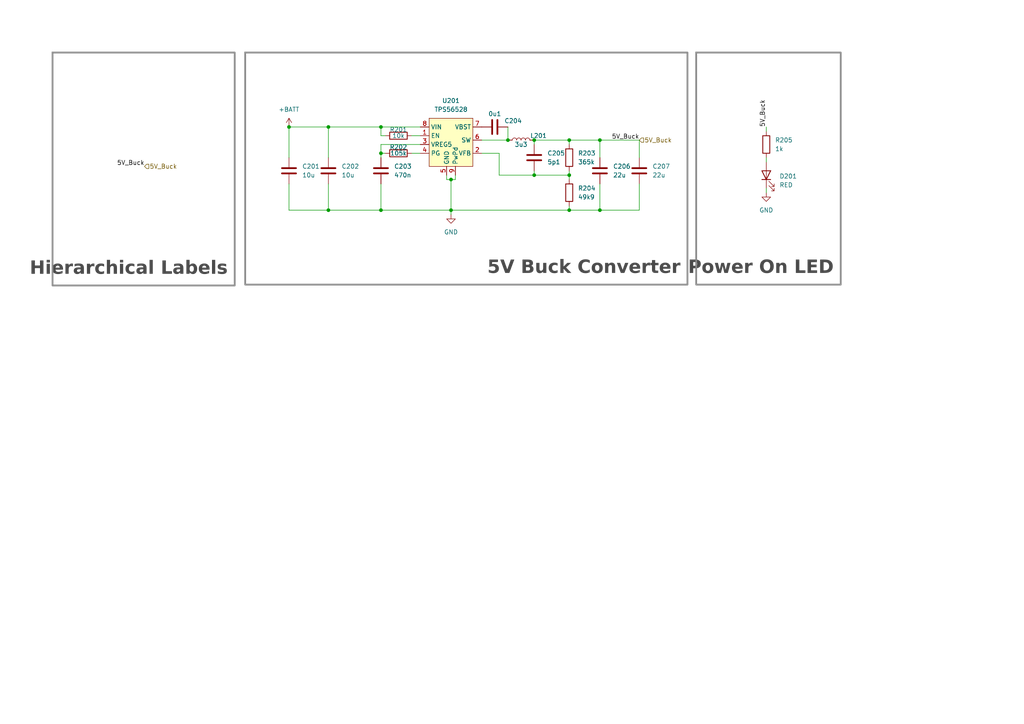
<source format=kicad_sch>
(kicad_sch (version 20231120) (generator "eeschema") (generator_version "8.0")
  (paper "A4")
  (lib_symbols
    (symbol "CUSTOM:TPS56528"
      (property "Reference" "U" (at 0 8.128 0))
      (property "Value" "TPS56528" (at 0 0 0))
      (symbol "TPS56528_1_1"
        (rectangle (start -6.35 6.35) (end 6.35 -7.62) (fill (type background)))
        (pin unspecified line (at -8.89 1.27 0) (length 2.54) (name "EN") (number "1"))
        (pin unspecified line (at 8.89 -3.81 180) (length 2.54) (name "VFB") (number "2"))
        (pin unspecified line (at -8.89 -1.27 0) (length 2.54) (name "VREG5") (number "3"))
        (pin unspecified line (at -8.89 -3.81 0) (length 2.54) (name "PG") (number "4"))
        (pin power_out line (at -1.27 -10.16 90) (length 2.54) (name "GND") (number "5"))
        (pin unspecified line (at 8.89 0 180) (length 2.54) (name "SW") (number "6"))
        (pin unspecified line (at 8.89 3.81 180) (length 2.54) (name "VBST") (number "7"))
        (pin power_in line (at -8.89 3.81 0) (length 2.54) (name "VIN") (number "8"))
        (pin power_out line (at 1.27 -10.16 90) (length 2.54) (name "PwPd") (number "9"))
      )
    )
    (symbol "Device:C" (pin_numbers hide) (pin_names (offset 0.254))
      (property "Reference" "C" (at 0.635 2.54 0))
      (property "Value" "C" (at 0.635 -2.54 0))
      (symbol "C_0_1"
        (polyline (pts (xy -2.032 -0.762) (xy 2.032 -0.762)) (stroke (width 0.508)))
        (polyline (pts (xy -2.032 0.762) (xy 2.032 0.762)) (stroke (width 0.508)))
      )
      (symbol "C_1_1"
        (pin passive line (at 0 3.81 270) (length 2.794) (name "~") (number "1"))
        (pin passive line (at 0 -3.81 90) (length 2.794) (name "~") (number "2"))
      )
    )
    (symbol "Device:L" (pin_numbers hide) (pin_names (offset 1.016) hide)
      (property "Reference" "L" (at -1.27 0 90))
      (property "Value" "L" (at 1.905 0 90))
      (symbol "L_0_1"
        (arc (start 0 -2.54) (mid 0.6323 -1.905) (end 0 -1.27))
        (arc (start 0 -1.27) (mid 0.6323 -0.635) (end 0 0))
        (arc (start 0 0) (mid 0.6323 0.635) (end 0 1.27))
        (arc (start 0 1.27) (mid 0.6323 1.905) (end 0 2.54))
      )
      (symbol "L_1_1"
        (pin passive line (at 0 3.81 270) (length 1.27) (name "1") (number "1"))
        (pin passive line (at 0 -3.81 90) (length 1.27) (name "2") (number "2"))
      )
    )
    (symbol "Device:LED" (pin_numbers hide) (pin_names (offset 1.016) hide)
      (property "Reference" "D" (at 0 2.54 0))
      (property "Value" "LED" (at 0 -2.54 0))
      (symbol "LED_0_1"
        (polyline (pts (xy -1.27 -1.27) (xy -1.27 1.27)) (stroke (width 0.254)))
        (polyline (pts (xy -1.27 0) (xy 1.27 0)))
        (polyline (pts (xy 1.27 -1.27) (xy 1.27 1.27) (xy -1.27 0) (xy 1.27 -1.27)) (stroke (width 0.254)))
        (polyline (pts (xy -3.048 -0.762) (xy -4.572 -2.286) (xy -3.81 -2.286) (xy -4.572 -2.286) (xy -4.572 -1.524)))
        (polyline (pts (xy -1.778 -0.762) (xy -3.302 -2.286) (xy -2.54 -2.286) (xy -3.302 -2.286) (xy -3.302 -1.524)))
      )
      (symbol "LED_1_1"
        (pin passive line (at -3.81 0 0) (length 2.54) (name "K") (number "1"))
        (pin passive line (at 3.81 0 180) (length 2.54) (name "A") (number "2"))
      )
    )
    (symbol "Device:R" (pin_numbers hide) (pin_names (offset 0))
      (property "Reference" "R" (at 2.032 0 90))
      (property "Value" "R" (at 0 0 90))
      (symbol "R_0_1"
        (rectangle (start -1.016 -2.54) (end 1.016 2.54) (stroke (width 0.254)))
      )
      (symbol "R_1_1"
        (pin passive line (at 0 3.81 270) (length 1.27) (name "~") (number "1"))
        (pin passive line (at 0 -3.81 90) (length 1.27) (name "~") (number "2"))
      )
    )
    (symbol "power:+BATT" (power) (pin_names (offset 0))
      (property "Value" "+BATT" (at 0 3.556 0))
      (symbol "+BATT_0_1"
        (polyline (pts (xy -0.762 1.27) (xy 0 2.54)))
        (polyline (pts (xy 0 0) (xy 0 2.54)))
        (polyline (pts (xy 0 2.54) (xy 0.762 1.27)))
      )
      (symbol "+BATT_1_1"
        (pin power_in line (at 0 0 90) (length 0) hide (name "+BATT") (number "1"))
      )
    )
    (symbol "power:GND" (power) (pin_names (offset 0))
      (property "Value" "GND" (at 0 -3.81 0))
      (symbol "GND_0_1"
        (polyline (pts (xy 0 0) (xy 0 -1.27) (xy 1.27 -1.27) (xy 0 -2.54) (xy -1.27 -1.27) (xy 0 -1.27)))
      )
      (symbol "GND_1_1"
        (pin power_in line (at 0 0 270) (length 0) hide (name "GND") (number "1"))
      )
    )
  )
  (junction (at 147.32 40.64))
  (junction (at 165.1 40.64))
  (junction (at 95.25 60.96))
  (junction (at 95.25 36.83))
  (junction (at 173.99 60.96))
  (junction (at 165.1 60.96))
  (junction (at 83.82 36.83))
  (junction (at 130.81 60.96))
  (junction (at 173.99 40.64))
  (junction (at 130.81 52.07))
  (junction (at 110.49 60.96))
  (junction (at 110.49 44.45))
  (junction (at 154.94 40.64))
  (junction (at 154.94 50.8))
  (junction (at 110.49 36.83))
  (junction (at 165.1 50.8))
  (wire (pts (xy 129.54 52.07) (xy 130.81 52.07)))
  (wire (pts (xy 173.99 45.72) (xy 173.99 40.64)))
  (wire (pts (xy 83.82 36.83) (xy 83.82 45.72)))
  (wire (pts (xy 222.25 45.72) (xy 222.25 46.99)))
  (wire (pts (xy 154.94 40.64) (xy 165.1 40.64)))
  (wire (pts (xy 185.42 45.72) (xy 185.42 40.64)))
  (wire (pts (xy 83.82 53.34) (xy 83.82 60.96)))
  (wire (pts (xy 119.38 39.37) (xy 121.92 39.37)))
  (wire (pts (xy 110.49 53.34) (xy 110.49 60.96)))
  (wire (pts (xy 173.99 60.96) (xy 185.42 60.96)))
  (wire (pts (xy 119.38 44.45) (xy 121.92 44.45)))
  (wire (pts (xy 130.81 60.96) (xy 165.1 60.96)))
  (wire (pts (xy 110.49 44.45) (xy 110.49 45.72)))
  (wire (pts (xy 173.99 40.64) (xy 165.1 40.64)))
  (wire (pts (xy 130.81 52.07) (xy 132.08 52.07)))
  (wire (pts (xy 185.42 53.34) (xy 185.42 60.96)))
  (wire (pts (xy 130.81 52.07) (xy 130.81 60.96)))
  (wire (pts (xy 110.49 36.83) (xy 95.25 36.83)))
  (wire (pts (xy 222.25 54.61) (xy 222.25 55.88)))
  (wire (pts (xy 173.99 53.34) (xy 173.99 60.96)))
  (wire (pts (xy 222.25 36.83) (xy 222.25 38.1)))
  (wire (pts (xy 132.08 52.07) (xy 132.08 50.8)))
  (wire (pts (xy 165.1 50.8) (xy 165.1 52.07)))
  (wire (pts (xy 154.94 50.8) (xy 165.1 50.8)))
  (wire (pts (xy 185.42 40.64) (xy 173.99 40.64)))
  (wire (pts (xy 139.7 44.45) (xy 144.78 44.45)))
  (wire (pts (xy 95.25 36.83) (xy 83.82 36.83)))
  (wire (pts (xy 111.76 39.37) (xy 110.49 39.37)))
  (wire (pts (xy 165.1 41.91) (xy 165.1 40.64)))
  (wire (pts (xy 121.92 36.83) (xy 110.49 36.83)))
  (wire (pts (xy 129.54 50.8) (xy 129.54 52.07)))
  (wire (pts (xy 110.49 41.91) (xy 110.49 44.45)))
  (wire (pts (xy 110.49 60.96) (xy 130.81 60.96)))
  (wire (pts (xy 110.49 39.37) (xy 110.49 36.83)))
  (wire (pts (xy 144.78 44.45) (xy 144.78 50.8)))
  (wire (pts (xy 110.49 44.45) (xy 111.76 44.45)))
  (wire (pts (xy 130.81 60.96) (xy 130.81 62.23)))
  (wire (pts (xy 95.25 36.83) (xy 95.25 45.72)))
  (wire (pts (xy 95.25 60.96) (xy 110.49 60.96)))
  (wire (pts (xy 165.1 60.96) (xy 173.99 60.96)))
  (wire (pts (xy 144.78 50.8) (xy 154.94 50.8)))
  (wire (pts (xy 147.32 36.83) (xy 147.32 40.64)))
  (wire (pts (xy 83.82 60.96) (xy 95.25 60.96)))
  (wire (pts (xy 154.94 50.8) (xy 154.94 49.53)))
  (wire (pts (xy 165.1 60.96) (xy 165.1 59.69)))
  (wire (pts (xy 165.1 49.53) (xy 165.1 50.8)))
  (wire (pts (xy 95.25 53.34) (xy 95.25 60.96)))
  (wire (pts (xy 121.92 41.91) (xy 110.49 41.91)))
  (wire (pts (xy 139.7 40.64) (xy 147.32 40.64)))
  (wire (pts (xy 154.94 41.91) (xy 154.94 40.64)))
  (rectangle (start 201.93 15.24) (end 243.84 82.55) (stroke (width 0.508) (color 132 132 132 1)))
  (rectangle (start 71.12 15.24) (end 199.39 82.55) (stroke (width 0.508) (color 132 132 132 1)))
  (rectangle (start 15.24 15.24) (end 68.072 82.804) (stroke (width 0.508) (color 132 132 132 1)))
  (text "Power On LED" (at 241.808 81.026 0) (effects (font (size 3.81 3.81) (thickness 0.254) (bold yes)) (justify right bottom)))
  (text "Hierarchical Labels" (at 66.04 81.28 0) (effects (font (size 3.81 3.81) (thickness 0.254) (bold yes)) (justify right bottom)))
  (text "5V Buck Converter" (at 197.358 81.026 0) (effects (font (size 3.81 3.81) (thickness 0.254) (bold yes)) (justify right bottom)))
  (label "5V_Buck" (at 222.25 36.83 90))
  (label "5V_Buck" (at 185.42 40.64 180))
  (label "5V_Buck" (at 41.91 48.26 180))
  (hierarchical_label "5V_Buck" (shape input) (at 41.91 48.26 0))
  (hierarchical_label "5V_Buck" (shape input) (at 185.42 40.64 0))
  (symbol (lib_id "Device:LED") (at 222.25 50.8 90) (unit 1)
    (property "Reference" "D201" (at 226.06 51.1174 90) (effects (justify right)))
    (property "Value" "RED" (at 226.06 53.6574 90) (effects (justify right)))
    (property "Footprint" "LED_SMD:LED_0805_2012Metric" (effects (hide yes)))
    (property "Description" "Light emitting diode" (effects (hide yes)))
    (property "Field5" "C391863" (effects (hide yes)))
  )
  (symbol (lib_id "Device:C") (at 95.25 49.53 0) (unit 1)
    (property "Reference" "C202" (at 99.06 48.2599 0) (effects (justify left)))
    (property "Value" "10u" (at 99.06 50.7999 0) (effects (justify left)))
    (property "Footprint" "Capacitor_SMD:C_1210_3225Metric_Pad1.33x2.70mm_HandSolder" (effects (hide yes)))
    (property "Description" "Unpolarized capacitor" (effects (hide yes)))
  )
  (symbol (lib_id "power:+BATT") (at 83.82 36.83 0) (unit 1)
    (property "Reference" "#PWR0201" (effects (hide yes)))
    (property "Value" "+BATT" (at 83.82 31.75 0))
    (property "Description" "Power symbol creates a global label with name \"+BATT\"" (effects (hide yes)))
  )
  (symbol (lib_id "Device:L") (at 151.13 40.64 90) (unit 1)
    (property "Reference" "L201" (at 156.21 39.37 90))
    (property "Value" "3u3" (at 151.13 41.91 90))
    (property "Footprint" "Inductor_SMD:L_Bourns_SRP1050WA" (effects (hide yes)))
    (property "Description" "Inductor" (effects (hide yes)))
    (property "LCSC" "C497894" (effects (hide yes)))
  )
  (symbol (lib_id "power:GND") (at 130.81 62.23 0) (unit 1)
    (property "Reference" "#PWR0202" (effects (hide yes)))
    (property "Value" "GND" (at 130.81 67.31 0))
    (property "Description" "Power symbol creates a global label with name \"GND\" , ground" (effects (hide yes)))
  )
  (symbol (lib_id "Device:C") (at 83.82 49.53 0) (unit 1)
    (property "Reference" "C201" (at 87.63 48.2599 0) (effects (justify left)))
    (property "Value" "10u" (at 87.63 50.7999 0) (effects (justify left)))
    (property "Footprint" "Capacitor_SMD:C_1210_3225Metric_Pad1.33x2.70mm_HandSolder" (effects (hide yes)))
    (property "Description" "Unpolarized capacitor" (effects (hide yes)))
    (property "LCSC" "C2918502" (effects (hide yes)))
  )
  (symbol (lib_id "Device:C") (at 154.94 45.72 0) (unit 1)
    (property "Reference" "C205" (at 158.75 44.4499 0) (effects (justify left)))
    (property "Value" "5p1" (at 158.75 46.9899 0) (effects (justify left)))
    (property "Footprint" "Capacitor_SMD:C_0805_2012Metric_Pad1.18x1.45mm_HandSolder" (effects (hide yes)))
    (property "Description" "Unpolarized capacitor" (effects (hide yes)))
  )
  (symbol (lib_id "CUSTOM:TPS56528") (at 130.81 40.64 0) (unit 1)
    (property "Reference" "U201" (at 130.81 29.21 0))
    (property "Value" "TPS56528" (at 130.81 31.75 0))
    (property "Footprint" "Package_SO:Texas_HSOP-8-1EP_3.9x4.9mm_P1.27mm_ThermalVias" (effects (hide yes)))
    (property "Datasheet" "https://www.ti.com/lit/ds/symlink/tps56528.pdf?ts=1712822717399&ref_url=https%253A%252F%252Fhr.mouser.com%252F" (effects (hide yes)))
    (property "Description" "TPS56528 4.5-V to 18-V Input, 5-A Synchronous Step-Down Converter With Advanced Eco-Mode™" (effects (hide yes)))
    (property "LCSC" "C138716" (effects (hide yes)))
  )
  (symbol (lib_id "Device:C") (at 110.49 49.53 0) (unit 1)
    (property "Reference" "C203" (at 114.3 48.2599 0) (effects (justify left)))
    (property "Value" "470n" (at 114.3 50.7999 0) (effects (justify left)))
    (property "Footprint" "Capacitor_SMD:C_0805_2012Metric_Pad1.18x1.45mm_HandSolder" (effects (hide yes)))
    (property "Description" "Unpolarized capacitor" (effects (hide yes)))
  )
  (symbol (lib_id "Device:R") (at 165.1 45.72 0) (unit 1)
    (property "Reference" "R203" (at 167.64 44.4499 0) (effects (justify left)))
    (property "Value" "365k" (at 167.64 46.9899 0) (effects (justify left)))
    (property "Footprint" "Resistor_SMD:R_0805_2012Metric_Pad1.20x1.40mm_HandSolder" (effects (hide yes)))
    (property "Description" "Resistor" (effects (hide yes)))
    (property "LCSC" "C2999471" (effects (hide yes)))
  )
  (symbol (lib_id "power:GND") (at 222.25 55.88 0) (unit 1)
    (property "Reference" "#PWR0203" (effects (hide yes)))
    (property "Value" "GND" (at 222.25 60.96 0))
    (property "Description" "Power symbol creates a global label with name \"GND\" , ground" (effects (hide yes)))
  )
  (symbol (lib_id "Device:R") (at 115.57 39.37 90) (unit 1)
    (property "Reference" "R201" (at 115.57 37.592 90))
    (property "Value" "10k" (at 115.57 39.37 90))
    (property "Footprint" "Resistor_SMD:R_0805_2012Metric_Pad1.20x1.40mm_HandSolder" (effects (hide yes)))
    (property "Description" "Resistor" (effects (hide yes)))
  )
  (symbol (lib_id "Device:R") (at 115.57 44.45 90) (unit 1)
    (property "Reference" "R202" (at 115.57 42.672 90))
    (property "Value" "105k" (at 115.57 44.45 90))
    (property "Footprint" "Resistor_SMD:R_0805_2012Metric_Pad1.20x1.40mm_HandSolder" (effects (hide yes)))
    (property "Description" "Resistor" (effects (hide yes)))
    (property "LCSC" "C3000727" (effects (hide yes)))
  )
  (symbol (lib_id "Device:C") (at 185.42 49.53 0) (unit 1)
    (property "Reference" "C207" (at 189.23 48.2599 0) (effects (justify left)))
    (property "Value" "22u" (at 189.23 50.7999 0) (effects (justify left)))
    (property "Footprint" "Capacitor_SMD:C_0805_2012Metric_Pad1.18x1.45mm_HandSolder" (effects (hide yes)))
    (property "Description" "Unpolarized capacitor" (effects (hide yes)))
  )
  (symbol (lib_id "Device:R") (at 165.1 55.88 0) (unit 1)
    (property "Reference" "R204" (at 167.64 54.6099 0) (effects (justify left)))
    (property "Value" "49k9" (at 167.64 57.1499 0) (effects (justify left)))
    (property "Footprint" "Resistor_SMD:R_0805_2012Metric_Pad1.20x1.40mm_HandSolder" (effects (hide yes)))
    (property "Description" "Resistor" (effects (hide yes)))
    (property "LCSC" "C17719" (effects (hide yes)))
  )
  (symbol (lib_id "Device:R") (at 222.25 41.91 0) (unit 1)
    (property "Reference" "R205" (at 224.79 40.6399 0) (effects (justify left)))
    (property "Value" "1k" (at 224.79 43.1799 0) (effects (justify left)))
    (property "Footprint" "Resistor_SMD:R_0805_2012Metric_Pad1.20x1.40mm_HandSolder" (effects (hide yes)))
    (property "Description" "Resistor" (effects (hide yes)))
  )
  (symbol (lib_id "Device:C") (at 143.51 36.83 90) (unit 1)
    (property "Reference" "C204" (at 148.844 35.052 90))
    (property "Value" "0u1" (at 143.51 33.02 90))
    (property "Footprint" "Capacitor_SMD:C_0805_2012Metric_Pad1.18x1.45mm_HandSolder" (effects (hide yes)))
    (property "Description" "Unpolarized capacitor" (effects (hide yes)))
  )
  (symbol (lib_id "Device:C") (at 173.99 49.53 0) (unit 1)
    (property "Reference" "C206" (at 177.8 48.2599 0) (effects (justify left)))
    (property "Value" "22u" (at 177.8 50.7999 0) (effects (justify left)))
    (property "Footprint" "Capacitor_SMD:C_0805_2012Metric_Pad1.18x1.45mm_HandSolder" (effects (hide yes)))
    (property "Description" "Unpolarized capacitor" (effects (hide yes)))
  )
)
</source>
